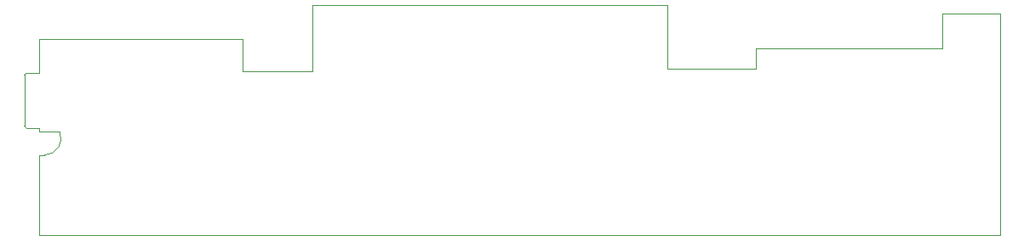
<source format=gm1>
G04 #@! TF.GenerationSoftware,KiCad,Pcbnew,5.1.4-e60b266~84~ubuntu16.04.1*
G04 #@! TF.CreationDate,2019-10-21T03:29:06-05:00*
G04 #@! TF.ProjectId,Quantum MCP4262-502 25x expansion flex for GWAAM-Sea Aid,5175616e-7475-46d2-904d-435034323632,rev?*
G04 #@! TF.SameCoordinates,Original*
G04 #@! TF.FileFunction,Profile,NP*
%FSLAX46Y46*%
G04 Gerber Fmt 4.6, Leading zero omitted, Abs format (unit mm)*
G04 Created by KiCad (PCBNEW 5.1.4-e60b266~84~ubuntu16.04.1) date 2019-10-21 03:29:06*
%MOMM*%
%LPD*%
G04 APERTURE LIST*
%ADD10C,0.010000*%
G04 APERTURE END LIST*
D10*
X162396342Y-102100139D02*
X158607162Y-102100139D01*
X162396342Y-98628360D02*
X162396342Y-102097599D01*
X135102100Y-104171770D02*
X135102100Y-97849710D01*
X168142920Y-98628360D02*
X162397440Y-98628360D01*
X72628760Y-101178360D02*
X92845509Y-101178360D01*
X72628760Y-110413800D02*
X72628760Y-110107418D01*
X74615112Y-110403640D02*
X72628760Y-110413800D01*
X73088500Y-112801400D02*
X72628760Y-112803940D01*
X74615926Y-110404366D02*
G75*
G02X73088500Y-112801400I-1537586J-705394D01*
G01*
X92845509Y-101178360D02*
X92845509Y-104406700D01*
X99731480Y-104409240D02*
X92844620Y-104406700D01*
X143837660Y-104175560D02*
X135101680Y-104167940D01*
X143837660Y-102097599D02*
X143837660Y-104175560D01*
X158605220Y-102100380D02*
X143837660Y-102100380D01*
X168142920Y-120779540D02*
X168142920Y-98628360D01*
X116814600Y-120779540D02*
X168142920Y-120779540D01*
X72628760Y-104409240D02*
X72628760Y-101178360D01*
X71325480Y-104603650D02*
G75*
G03X71125080Y-104804050I0J-200400D01*
G01*
X71125740Y-109896368D02*
G75*
G03X71315581Y-110106527I200000J-10159D01*
G01*
X72628760Y-104409240D02*
X72628760Y-104604820D01*
X99731480Y-97845880D02*
X99731480Y-104409240D01*
X135101680Y-97845880D02*
X99731480Y-97845880D01*
X72628760Y-120779540D02*
X116814600Y-120779540D01*
X72628760Y-112803940D02*
X72628760Y-120779540D01*
X71315580Y-110107418D02*
X72628760Y-110107418D01*
X71125080Y-104802940D02*
X71125080Y-109895640D01*
X72628760Y-104604680D02*
X71325740Y-104602280D01*
M02*

</source>
